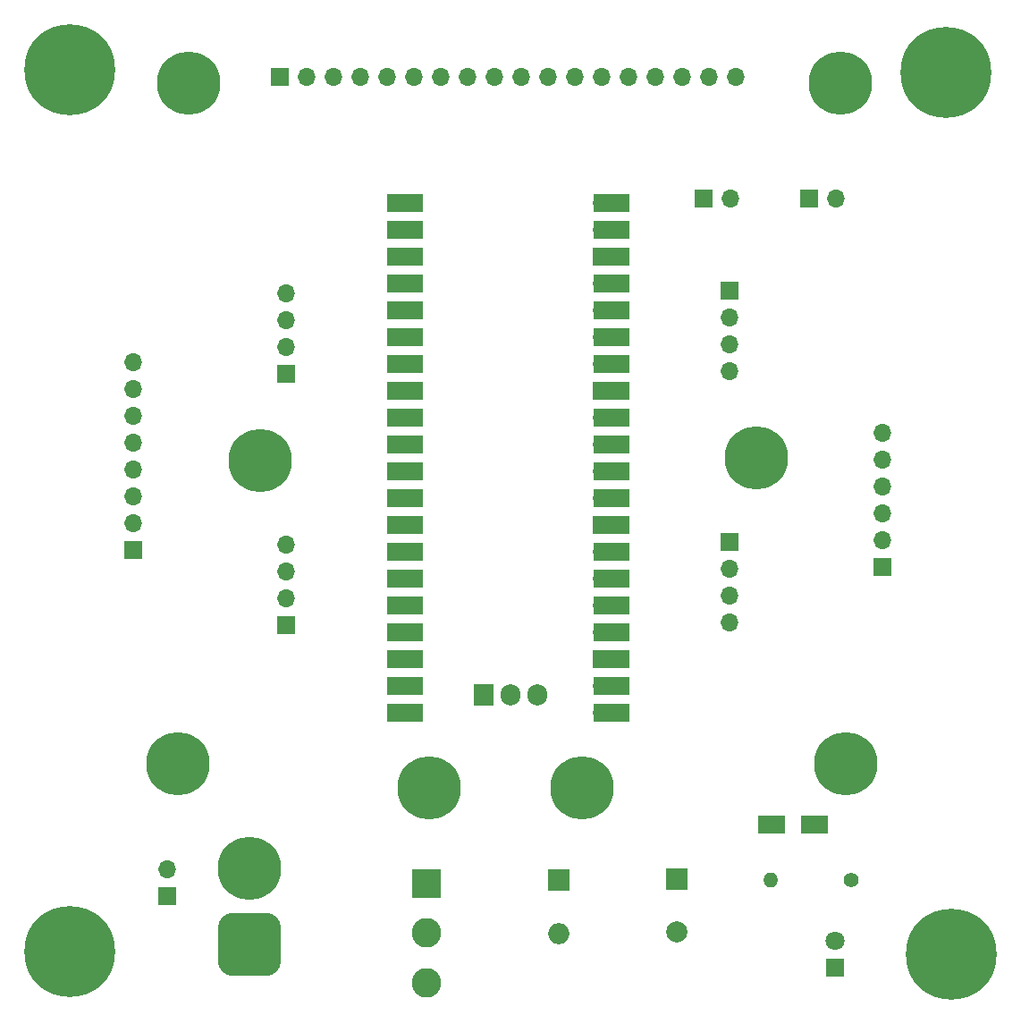
<source format=gbr>
%TF.GenerationSoftware,KiCad,Pcbnew,(6.0.9)*%
%TF.CreationDate,2022-12-13T13:26:20-05:00*%
%TF.ProjectId,Team5_Coaster_post_mdr_100x100,5465616d-355f-4436-9f61-737465725f70,rev?*%
%TF.SameCoordinates,Original*%
%TF.FileFunction,Soldermask,Top*%
%TF.FilePolarity,Negative*%
%FSLAX46Y46*%
G04 Gerber Fmt 4.6, Leading zero omitted, Abs format (unit mm)*
G04 Created by KiCad (PCBNEW (6.0.9)) date 2022-12-13 13:26:20*
%MOMM*%
%LPD*%
G01*
G04 APERTURE LIST*
G04 Aperture macros list*
%AMRoundRect*
0 Rectangle with rounded corners*
0 $1 Rounding radius*
0 $2 $3 $4 $5 $6 $7 $8 $9 X,Y pos of 4 corners*
0 Add a 4 corners polygon primitive as box body*
4,1,4,$2,$3,$4,$5,$6,$7,$8,$9,$2,$3,0*
0 Add four circle primitives for the rounded corners*
1,1,$1+$1,$2,$3*
1,1,$1+$1,$4,$5*
1,1,$1+$1,$6,$7*
1,1,$1+$1,$8,$9*
0 Add four rect primitives between the rounded corners*
20,1,$1+$1,$2,$3,$4,$5,0*
20,1,$1+$1,$4,$5,$6,$7,0*
20,1,$1+$1,$6,$7,$8,$9,0*
20,1,$1+$1,$8,$9,$2,$3,0*%
G04 Aperture macros list end*
%ADD10C,6.000000*%
%ADD11R,1.700000X1.700000*%
%ADD12O,1.700000X1.700000*%
%ADD13R,2.794000X2.794000*%
%ADD14C,2.794000*%
%ADD15C,0.900000*%
%ADD16C,8.600000*%
%ADD17R,2.500000X1.700000*%
%ADD18R,1.800000X1.800000*%
%ADD19C,1.800000*%
%ADD20R,2.000000X2.000000*%
%ADD21O,2.000000X2.000000*%
%ADD22C,2.000000*%
%ADD23R,1.905000X2.000000*%
%ADD24O,1.905000X2.000000*%
%ADD25RoundRect,1.500000X1.500000X-1.500000X1.500000X1.500000X-1.500000X1.500000X-1.500000X-1.500000X0*%
%ADD26C,1.400000*%
%ADD27O,1.400000X1.400000*%
%ADD28R,3.500000X1.700000*%
G04 APERTURE END LIST*
D10*
%TO.C,J11*%
X95500000Y-131750000D03*
%TD*%
D11*
%TO.C,RF1*%
X147775000Y-86950000D03*
D12*
X147775000Y-89490000D03*
X147775000Y-92030000D03*
X147775000Y-94570000D03*
%TD*%
D10*
%TO.C,J15*%
X158250000Y-67250000D03*
%TD*%
D13*
%TO.C,SW1*%
X119000000Y-143051000D03*
D14*
X119000000Y-147750000D03*
X119000000Y-152449000D03*
%TD*%
D11*
%TO.C,J13*%
X155250000Y-78225000D03*
D12*
X157790000Y-78225000D03*
%TD*%
D15*
%TO.C,H3*%
X171975000Y-149750000D03*
D16*
X168750000Y-149750000D03*
D15*
X171030419Y-147469581D03*
X168750000Y-152975000D03*
X166469581Y-152030419D03*
X165525000Y-149750000D03*
X166469581Y-147469581D03*
X171030419Y-152030419D03*
X168750000Y-146525000D03*
%TD*%
D11*
%TO.C,J9*%
X91250000Y-111490000D03*
D12*
X91250000Y-108950000D03*
X91250000Y-106410000D03*
X91250000Y-103870000D03*
X91250000Y-101330000D03*
X91250000Y-98790000D03*
X91250000Y-96250000D03*
X91250000Y-93710000D03*
%TD*%
D17*
%TO.C,Z1*%
X155750000Y-137500000D03*
X151750000Y-137500000D03*
%TD*%
D18*
%TO.C,D3*%
X157750000Y-151025000D03*
D19*
X157750000Y-148485000D03*
%TD*%
D20*
%TO.C,D1*%
X131555000Y-142695354D03*
D21*
X131555000Y-147775354D03*
%TD*%
D15*
%TO.C,H1*%
X85250000Y-62775000D03*
X87530419Y-63719581D03*
D16*
X85250000Y-66000000D03*
D15*
X88475000Y-66000000D03*
X82969581Y-68280419D03*
X82025000Y-66000000D03*
X85250000Y-69225000D03*
X87530419Y-68280419D03*
X82969581Y-63719581D03*
%TD*%
D10*
%TO.C,J14*%
X158750000Y-131750000D03*
%TD*%
%TO.C,J12*%
X103250000Y-103000000D03*
%TD*%
D11*
%TO.C,J8*%
X105175000Y-66725000D03*
D12*
X107715000Y-66725000D03*
X110255000Y-66725000D03*
X112795000Y-66725000D03*
X115335000Y-66725000D03*
X117875000Y-66725000D03*
X120415000Y-66725000D03*
X122955000Y-66725000D03*
X125495000Y-66725000D03*
X128035000Y-66725000D03*
X130575000Y-66725000D03*
X133115000Y-66725000D03*
X135655000Y-66725000D03*
X138195000Y-66725000D03*
X140735000Y-66725000D03*
X143275000Y-66725000D03*
X145815000Y-66725000D03*
X148355000Y-66725000D03*
%TD*%
D20*
%TO.C,C1*%
X142750000Y-142632323D03*
D22*
X142750000Y-147632323D03*
%TD*%
D10*
%TO.C,J5*%
X96500000Y-67250000D03*
%TD*%
D23*
%TO.C,U2*%
X124460000Y-125222500D03*
D24*
X127000000Y-125222500D03*
X129540000Y-125222500D03*
%TD*%
D11*
%TO.C,J2*%
X162225000Y-113075000D03*
D12*
X162225000Y-110535000D03*
X162225000Y-107995000D03*
X162225000Y-105455000D03*
X162225000Y-102915000D03*
X162225000Y-100375000D03*
%TD*%
D11*
%TO.C,J4*%
X145250000Y-78252500D03*
D12*
X147790000Y-78252500D03*
%TD*%
D15*
%TO.C,H2*%
X170530419Y-68530419D03*
X165969581Y-63969581D03*
X168250000Y-69475000D03*
X165025000Y-66250000D03*
X170530419Y-63969581D03*
X168250000Y-63025000D03*
X165969581Y-68530419D03*
X171475000Y-66250000D03*
D16*
X168250000Y-66250000D03*
%TD*%
D25*
%TO.C,J1*%
X102250000Y-148850000D03*
D10*
X102250000Y-141650000D03*
%TD*%
D11*
%TO.C,J6*%
X94475000Y-144250000D03*
D12*
X94475000Y-141710000D03*
%TD*%
D26*
%TO.C,R1*%
X159250000Y-142750000D03*
D27*
X151630000Y-142750000D03*
%TD*%
D11*
%TO.C,LB1*%
X105725000Y-118620000D03*
D12*
X105725000Y-116080000D03*
X105725000Y-113540000D03*
X105725000Y-111000000D03*
%TD*%
D15*
%TO.C,H4*%
X82969581Y-151780419D03*
X87530419Y-147219581D03*
D16*
X85250000Y-149500000D03*
D15*
X82969581Y-147219581D03*
X88475000Y-149500000D03*
X87530419Y-151780419D03*
X85250000Y-146275000D03*
X82025000Y-149500000D03*
X85250000Y-152725000D03*
%TD*%
D11*
%TO.C,LF1*%
X105725000Y-94800000D03*
D12*
X105725000Y-92260000D03*
X105725000Y-89720000D03*
X105725000Y-87180000D03*
%TD*%
D10*
%TO.C,J7*%
X119250000Y-134027500D03*
%TD*%
%TO.C,J3*%
X133750000Y-134027500D03*
%TD*%
%TO.C,J10*%
X150250000Y-102750000D03*
%TD*%
D11*
%TO.C,RB1*%
X147775000Y-110750000D03*
D12*
X147775000Y-113290000D03*
X147775000Y-115830000D03*
X147775000Y-118370000D03*
%TD*%
%TO.C,U1*%
X117860000Y-78647500D03*
D28*
X116960000Y-78647500D03*
D12*
X117860000Y-81187500D03*
D28*
X116960000Y-81187500D03*
D11*
X117860000Y-83727500D03*
D28*
X116960000Y-83727500D03*
X116960000Y-86267500D03*
D12*
X117860000Y-86267500D03*
X117860000Y-88807500D03*
D28*
X116960000Y-88807500D03*
X116960000Y-91347500D03*
D12*
X117860000Y-91347500D03*
D28*
X116960000Y-93887500D03*
D12*
X117860000Y-93887500D03*
D28*
X116960000Y-96427500D03*
D11*
X117860000Y-96427500D03*
D28*
X116960000Y-98967500D03*
D12*
X117860000Y-98967500D03*
D28*
X116960000Y-101507500D03*
D12*
X117860000Y-101507500D03*
D28*
X116960000Y-104047500D03*
D12*
X117860000Y-104047500D03*
D28*
X116960000Y-106587500D03*
D12*
X117860000Y-106587500D03*
D28*
X116960000Y-109127500D03*
D11*
X117860000Y-109127500D03*
D28*
X116960000Y-111667500D03*
D12*
X117860000Y-111667500D03*
X117860000Y-114207500D03*
D28*
X116960000Y-114207500D03*
D12*
X117860000Y-116747500D03*
D28*
X116960000Y-116747500D03*
D12*
X117860000Y-119287500D03*
D28*
X116960000Y-119287500D03*
X116960000Y-121827500D03*
D11*
X117860000Y-121827500D03*
D12*
X117860000Y-124367500D03*
D28*
X116960000Y-124367500D03*
D12*
X117860000Y-126907500D03*
D28*
X116960000Y-126907500D03*
D12*
X135640000Y-126907500D03*
D28*
X136540000Y-126907500D03*
X136540000Y-124367500D03*
D12*
X135640000Y-124367500D03*
D28*
X136540000Y-121827500D03*
D11*
X135640000Y-121827500D03*
D28*
X136540000Y-119287500D03*
D12*
X135640000Y-119287500D03*
X135640000Y-116747500D03*
D28*
X136540000Y-116747500D03*
D12*
X135640000Y-114207500D03*
D28*
X136540000Y-114207500D03*
D12*
X135640000Y-111667500D03*
D28*
X136540000Y-111667500D03*
X136540000Y-109127500D03*
D11*
X135640000Y-109127500D03*
D28*
X136540000Y-106587500D03*
D12*
X135640000Y-106587500D03*
X135640000Y-104047500D03*
D28*
X136540000Y-104047500D03*
D12*
X135640000Y-101507500D03*
D28*
X136540000Y-101507500D03*
X136540000Y-98967500D03*
D12*
X135640000Y-98967500D03*
D11*
X135640000Y-96427500D03*
D28*
X136540000Y-96427500D03*
D12*
X135640000Y-93887500D03*
D28*
X136540000Y-93887500D03*
D12*
X135640000Y-91347500D03*
D28*
X136540000Y-91347500D03*
X136540000Y-88807500D03*
D12*
X135640000Y-88807500D03*
D28*
X136540000Y-86267500D03*
D12*
X135640000Y-86267500D03*
D11*
X135640000Y-83727500D03*
D28*
X136540000Y-83727500D03*
X136540000Y-81187500D03*
D12*
X135640000Y-81187500D03*
D28*
X136540000Y-78647500D03*
D12*
X135640000Y-78647500D03*
%TD*%
M02*

</source>
